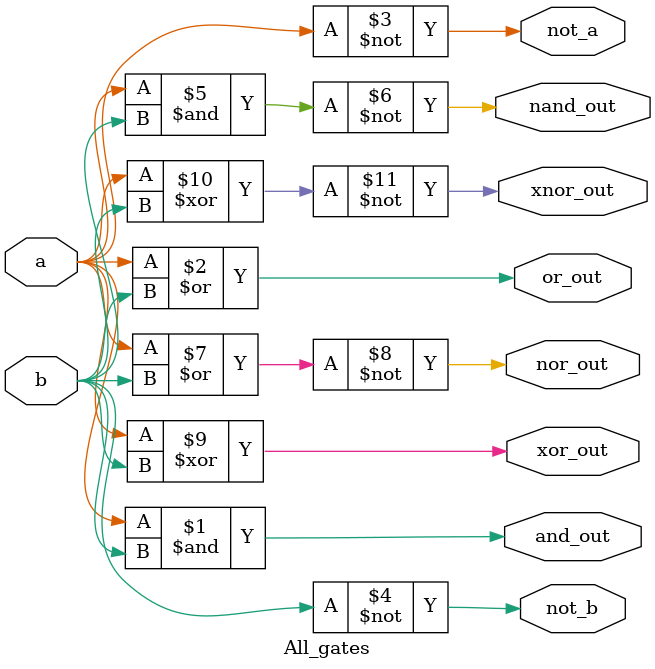
<source format=v>
`timescale 1ns / 1ps


module All_gates(
input a, b,
    output and_out,
    output or_out,
    output not_a,
    output not_b,
    output nand_out,
    output nor_out,
    output xor_out,
    output xnor_out
    );
    
    assign and_out  = a & b;
    assign or_out   = a | b;
    assign not_a    = ~a;
    assign not_b    = ~b;
    assign nand_out = ~(a & b);
    assign nor_out  = ~(a | b);
    assign xor_out  = a ^ b;
    assign xnor_out = ~(a ^ b);
endmodule

</source>
